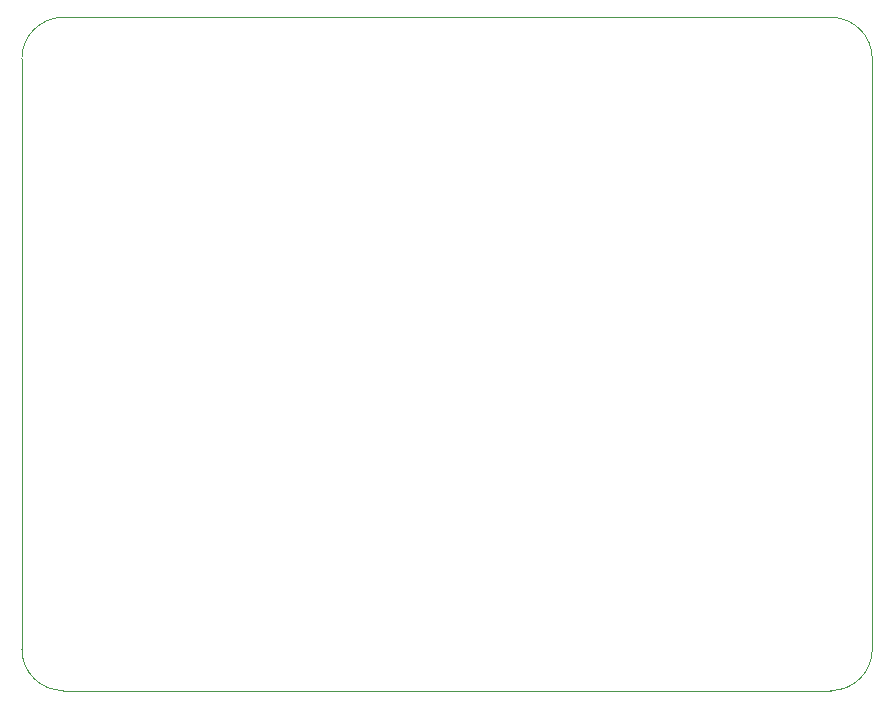
<source format=gbr>
%TF.GenerationSoftware,KiCad,Pcbnew,6.0.10-86aedd382b~118~ubuntu22.10.1*%
%TF.CreationDate,2023-02-12T19:14:21-05:00*%
%TF.ProjectId,WerfenMc,57657266-656e-44d6-932e-6b696361645f,rev?*%
%TF.SameCoordinates,Original*%
%TF.FileFunction,Profile,NP*%
%FSLAX46Y46*%
G04 Gerber Fmt 4.6, Leading zero omitted, Abs format (unit mm)*
G04 Created by KiCad (PCBNEW 6.0.10-86aedd382b~118~ubuntu22.10.1) date 2023-02-12 19:14:21*
%MOMM*%
%LPD*%
G01*
G04 APERTURE LIST*
%TA.AperFunction,Profile*%
%ADD10C,0.100000*%
%TD*%
G04 APERTURE END LIST*
D10*
X104500000Y-29500000D02*
X104500000Y-79500000D01*
X32500000Y-29500000D02*
X32500000Y-79500000D01*
X101000000Y-83000000D02*
G75*
G03*
X104500000Y-79500000I0J3500000D01*
G01*
X32500000Y-79500000D02*
G75*
G03*
X36000000Y-83000000I3500000J0D01*
G01*
X36000000Y-83000000D02*
X101000000Y-83000000D01*
X36000000Y-26000000D02*
G75*
G03*
X32500000Y-29500000I0J-3500000D01*
G01*
X101000000Y-26000000D02*
X36000000Y-26000000D01*
X104500000Y-29500000D02*
G75*
G03*
X101000000Y-26000000I-3500000J0D01*
G01*
M02*

</source>
